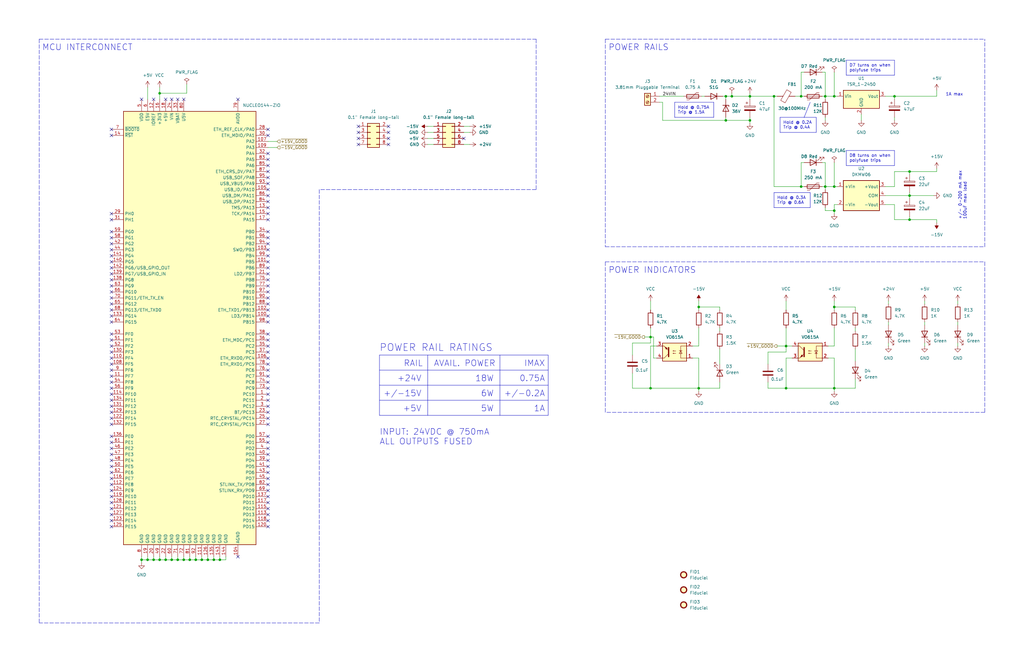
<source format=kicad_sch>
(kicad_sch (version 20211123) (generator eeschema)
  (paper "USLedger")
  (title_block (title "NISoC Readout 1 Power Board") (date "2022-07-22") (rev "1.0") (company "University of Dallas") (comment 1 "Drawn By: Aidan Medcalf"))
  (junction (at 383.54 82.55))
  (junction (at 90.17 236.22))
  (junction (at 337.82 78.74))
  (junction (at 308.61 40.64))
  (junction (at 306.07 50.8))
  (junction (at 351.79 40.64))
  (junction (at 80.01 236.22))
  (junction (at 59.69 236.22))
  (junction (at 274.32 163.83))
  (junction (at 87.63 236.22))
  (junction (at 77.47 236.22))
  (junction (at 316.23 40.64))
  (junction (at 92.71 236.22))
  (junction (at 294.64 163.83))
  (junction (at 82.55 236.22))
  (junction (at 64.77 236.22))
  (junction (at 351.79 163.83))
  (junction (at 331.47 146.05))
  (junction (at 351.79 88.9))
  (junction (at 69.85 236.22))
  (junction (at 331.47 163.83))
  (junction (at 85.09 236.22))
  (junction (at 62.23 236.22))
  (junction (at 383.54 92.71))
  (junction (at 351.79 78.74))
  (junction (at 347.98 40.64))
  (junction (at 294.64 129.54))
  (junction (at 326.39 40.64))
  (junction (at 383.54 72.39))
  (junction (at 67.31 236.22))
  (junction (at 316.23 50.8))
  (junction (at 74.93 236.22))
  (junction (at 351.79 129.54))
  (junction (at 274.32 142.24))
  (junction (at 337.82 40.64))
  (junction (at 347.98 78.74))
  (junction (at 306.07 40.64))
  (junction (at 72.39 236.22))
  (junction (at 67.31 39.37))
  (junction (at 377.19 40.64))
  (no_connect (at 46.99 113.03))
  (no_connect (at 113.03 133.35))
  (no_connect (at 100.33 234.95))
  (no_connect (at 113.03 207.01))
  (no_connect (at 46.99 133.35))
  (no_connect (at 113.03 201.93))
  (no_connect (at 113.03 77.47))
  (no_connect (at 46.99 173.99))
  (no_connect (at 113.03 92.71))
  (no_connect (at 113.03 120.65))
  (no_connect (at 46.99 189.23))
  (no_connect (at 113.03 135.89))
  (no_connect (at 46.99 90.17))
  (no_connect (at 46.99 92.71))
  (no_connect (at 46.99 97.79))
  (no_connect (at 46.99 176.53))
  (no_connect (at 46.99 143.51))
  (no_connect (at 113.03 110.49))
  (no_connect (at 113.03 97.79))
  (no_connect (at 46.99 168.91))
  (no_connect (at 113.03 176.53))
  (no_connect (at 113.03 163.83))
  (no_connect (at 163.83 53.34))
  (no_connect (at 113.03 156.21))
  (no_connect (at 46.99 219.71))
  (no_connect (at 46.99 209.55))
  (no_connect (at 151.13 58.42))
  (no_connect (at 113.03 140.97))
  (no_connect (at 113.03 161.29))
  (no_connect (at 46.99 128.27))
  (no_connect (at 113.03 113.03))
  (no_connect (at 46.99 110.49))
  (no_connect (at 113.03 217.17))
  (no_connect (at 113.03 146.05))
  (no_connect (at 113.03 100.33))
  (no_connect (at 113.03 199.39))
  (no_connect (at 46.99 161.29))
  (no_connect (at 46.99 204.47))
  (no_connect (at 46.99 130.81))
  (no_connect (at 113.03 107.95))
  (no_connect (at 113.03 166.37))
  (no_connect (at 46.99 214.63))
  (no_connect (at 46.99 135.89))
  (no_connect (at 113.03 74.93))
  (no_connect (at 69.85 41.91))
  (no_connect (at 113.03 214.63))
  (no_connect (at 113.03 171.45))
  (no_connect (at 151.13 60.96))
  (no_connect (at 46.99 156.21))
  (no_connect (at 46.99 179.07))
  (no_connect (at 113.03 80.01))
  (no_connect (at 46.99 171.45))
  (no_connect (at 113.03 189.23))
  (no_connect (at 113.03 153.67))
  (no_connect (at 46.99 222.25))
  (no_connect (at 163.83 58.42))
  (no_connect (at 113.03 130.81))
  (no_connect (at 113.03 90.17))
  (no_connect (at 113.03 87.63))
  (no_connect (at 113.03 64.77))
  (no_connect (at 113.03 54.61))
  (no_connect (at 113.03 57.15))
  (no_connect (at 46.99 105.41))
  (no_connect (at 113.03 105.41))
  (no_connect (at 46.99 102.87))
  (no_connect (at 46.99 191.77))
  (no_connect (at 113.03 168.91))
  (no_connect (at 46.99 151.13))
  (no_connect (at 113.03 102.87))
  (no_connect (at 46.99 146.05))
  (no_connect (at 46.99 207.01))
  (no_connect (at 46.99 212.09))
  (no_connect (at 59.69 41.91))
  (no_connect (at 64.77 41.91))
  (no_connect (at 74.93 41.91))
  (no_connect (at 72.39 41.91))
  (no_connect (at 113.03 179.07))
  (no_connect (at 113.03 143.51))
  (no_connect (at 46.99 166.37))
  (no_connect (at 46.99 120.65))
  (no_connect (at 113.03 209.55))
  (no_connect (at 113.03 222.25))
  (no_connect (at 113.03 186.69))
  (no_connect (at 113.03 85.09))
  (no_connect (at 113.03 196.85))
  (no_connect (at 113.03 184.15))
  (no_connect (at 46.99 115.57))
  (no_connect (at 113.03 128.27))
  (no_connect (at 113.03 125.73))
  (no_connect (at 113.03 191.77))
  (no_connect (at 113.03 82.55))
  (no_connect (at 113.03 219.71))
  (no_connect (at 113.03 67.31))
  (no_connect (at 46.99 196.85))
  (no_connect (at 46.99 199.39))
  (no_connect (at 113.03 72.39))
  (no_connect (at 46.99 54.61))
  (no_connect (at 46.99 57.15))
  (no_connect (at 100.33 41.91))
  (no_connect (at 46.99 186.69))
  (no_connect (at 46.99 153.67))
  (no_connect (at 46.99 217.17))
  (no_connect (at 113.03 158.75))
  (no_connect (at 46.99 123.19))
  (no_connect (at 46.99 184.15))
  (no_connect (at 163.83 60.96))
  (no_connect (at 113.03 123.19))
  (no_connect (at 163.83 55.88))
  (no_connect (at 46.99 158.75))
  (no_connect (at 113.03 69.85))
  (no_connect (at 113.03 212.09))
  (no_connect (at 151.13 55.88))
  (no_connect (at 77.47 41.91))
  (no_connect (at 113.03 151.13))
  (no_connect (at 46.99 140.97))
  (no_connect (at 151.13 53.34))
  (no_connect (at 46.99 194.31))
  (no_connect (at 46.99 118.11))
  (no_connect (at 113.03 194.31))
  (no_connect (at 113.03 204.47))
  (no_connect (at 195.58 58.42))
  (no_connect (at 113.03 148.59))
  (no_connect (at 113.03 118.11))
  (no_connect (at 46.99 100.33))
  (no_connect (at 46.99 148.59))
  (no_connect (at 113.03 173.99))
  (no_connect (at 46.99 125.73))
  (no_connect (at 46.99 201.93))
  (no_connect (at 46.99 163.83))
  (no_connect (at 46.99 107.95))
  (no_connect (at 113.03 115.57))
  (wire (pts (xy 195.58 60.96) (xy 198.12 60.96)))
  (wire (pts (xy 383.54 82.55) (xy 383.54 83.82)))
  (polyline (pts (xy 377.19 25.4) (xy 377.19 31.75)) (stroke (width 0) (type solid)))
  (wire (pts (xy 389.89 127) (xy 389.89 128.27)))
  (wire (pts (xy 316.23 40.64) (xy 316.23 39.37)))
  (wire (pts (xy 337.82 78.74) (xy 326.39 78.74)))
  (wire (pts (xy 92.71 234.95) (xy 92.71 236.22)))
  (wire (pts (xy 87.63 236.22) (xy 90.17 236.22)))
  (wire (pts (xy 303.53 161.29) (xy 303.53 163.83)))
  (wire (pts (xy 308.61 39.37) (xy 308.61 40.64)))
  (wire (pts (xy 72.39 234.95) (xy 72.39 236.22)))
  (wire (pts (xy 351.79 86.36) (xy 351.79 88.9)))
  (wire (pts (xy 351.79 40.64) (xy 353.06 40.64)))
  (wire (pts (xy 339.09 68.58) (xy 337.82 68.58)))
  (wire (pts (xy 274.32 138.43) (xy 274.32 142.24)))
  (wire (pts (xy 363.22 48.26) (xy 363.22 50.8)))
  (wire (pts (xy 62.23 36.83) (xy 62.23 41.91)))
  (wire (pts (xy 360.68 129.54) (xy 360.68 130.81)))
  (wire (pts (xy 294.64 151.13) (xy 294.64 163.83)))
  (polyline (pts (xy 16.51 16.51) (xy 16.51 262.89)))
  (polyline (pts (xy 134.62 262.89) (xy 16.51 262.89)))
  (polyline (pts (xy 377.19 69.85) (xy 356.87 69.85)) (stroke (width 0) (type solid)))
  (wire (pts (xy 377.19 78.74) (xy 377.19 72.39)))
  (wire (pts (xy 80.01 234.95) (xy 80.01 236.22)))
  (wire (pts (xy 67.31 39.37) (xy 67.31 41.91)))
  (wire (pts (xy 360.68 147.32) (xy 360.68 152.4)))
  (wire (pts (xy 266.7 163.83) (xy 274.32 163.83)))
  (polyline (pts (xy 16.51 16.51) (xy 226.06 16.51)))
  (wire (pts (xy 360.68 138.43) (xy 360.68 139.7)))
  (wire (pts (xy 337.82 30.48) (xy 337.82 40.64)))
  (wire (pts (xy 403.86 144.78) (xy 403.86 146.05)))
  (polyline (pts (xy 255.27 104.14) (xy 415.29 104.14)))
  (wire (pts (xy 374.65 144.78) (xy 374.65 146.05)))
  (wire (pts (xy 347.98 30.48) (xy 347.98 40.64)))
  (wire (pts (xy 351.79 129.54) (xy 360.68 129.54)))
  (polyline (pts (xy 210.82 149.86) (xy 210.82 175.26)) (stroke (width 0) (type solid)))
  (polyline (pts (xy 344.17 49.53) (xy 344.17 55.88)) (stroke (width 0) (type solid)))
  (wire (pts (xy 394.97 40.64) (xy 394.97 38.1)))
  (wire (pts (xy 403.86 127) (xy 403.86 128.27)))
  (wire (pts (xy 82.55 236.22) (xy 85.09 236.22)))
  (wire (pts (xy 353.06 86.36) (xy 351.79 86.36)))
  (wire (pts (xy 331.47 163.83) (xy 331.47 151.13)))
  (wire (pts (xy 351.79 151.13) (xy 351.79 163.83)))
  (wire (pts (xy 351.79 129.54) (xy 351.79 130.81)))
  (wire (pts (xy 383.54 92.71) (xy 394.97 92.71)))
  (wire (pts (xy 383.54 92.71) (xy 383.54 91.44)))
  (wire (pts (xy 274.32 144.78) (xy 274.32 142.24)))
  (wire (pts (xy 347.98 78.74) (xy 347.98 80.01)))
  (wire (pts (xy 331.47 146.05) (xy 334.01 146.05)))
  (wire (pts (xy 347.98 41.91) (xy 347.98 40.64)))
  (wire (pts (xy 77.47 236.22) (xy 80.01 236.22)))
  (wire (pts (xy 276.86 146.05) (xy 274.32 146.05)))
  (wire (pts (xy 59.69 234.95) (xy 59.69 236.22)))
  (wire (pts (xy 347.98 87.63) (xy 347.98 88.9)))
  (polyline (pts (xy 255.27 110.49) (xy 255.27 173.99)))
  (wire (pts (xy 331.47 138.43) (xy 331.47 146.05)))
  (wire (pts (xy 180.34 60.96) (xy 182.88 60.96)))
  (wire (pts (xy 374.65 127) (xy 374.65 128.27)))
  (polyline (pts (xy 160.02 175.26) (xy 231.14 175.26)) (stroke (width 0) (type solid)))
  (wire (pts (xy 72.39 236.22) (xy 74.93 236.22)))
  (wire (pts (xy 349.25 151.13) (xy 351.79 151.13)))
  (wire (pts (xy 347.98 78.74) (xy 346.71 78.74)))
  (wire (pts (xy 347.98 88.9) (xy 351.79 88.9)))
  (wire (pts (xy 69.85 236.22) (xy 72.39 236.22)))
  (polyline (pts (xy 344.17 55.88) (xy 328.93 55.88)) (stroke (width 0) (type solid)))
  (polyline (pts (xy 300.99 43.18) (xy 300.99 49.53)) (stroke (width 0) (type solid)))
  (wire (pts (xy 374.65 135.89) (xy 374.65 137.16)))
  (wire (pts (xy 67.31 236.22) (xy 69.85 236.22)))
  (wire (pts (xy 351.79 163.83) (xy 351.79 165.1)))
  (wire (pts (xy 303.53 129.54) (xy 303.53 130.81)))
  (wire (pts (xy 349.25 146.05) (xy 351.79 146.05)))
  (polyline (pts (xy 415.29 104.14) (xy 415.29 16.51)))
  (wire (pts (xy 306.07 50.8) (xy 316.23 50.8)))
  (wire (pts (xy 373.38 40.64) (xy 377.19 40.64)))
  (wire (pts (xy 92.71 236.22) (xy 95.25 236.22)))
  (polyline (pts (xy 356.87 25.4) (xy 356.87 31.75)) (stroke (width 0) (type solid)))
  (wire (pts (xy 394.97 72.39) (xy 394.97 71.12)))
  (wire (pts (xy 303.53 138.43) (xy 303.53 139.7)))
  (wire (pts (xy 77.47 234.95) (xy 77.47 236.22)))
  (wire (pts (xy 59.69 236.22) (xy 59.69 237.49)))
  (wire (pts (xy 383.54 72.39) (xy 394.97 72.39)))
  (polyline (pts (xy 231.14 149.86) (xy 231.14 175.26)) (stroke (width 0) (type solid)))
  (wire (pts (xy 323.85 148.59) (xy 331.47 148.59)))
  (wire (pts (xy 195.58 53.34) (xy 198.12 53.34)))
  (wire (pts (xy 377.19 86.36) (xy 377.19 92.71)))
  (wire (pts (xy 195.58 55.88) (xy 198.12 55.88)))
  (wire (pts (xy 82.55 234.95) (xy 82.55 236.22)))
  (wire (pts (xy 294.64 138.43) (xy 294.64 146.05)))
  (wire (pts (xy 337.82 30.48) (xy 339.09 30.48)))
  (wire (pts (xy 373.38 78.74) (xy 377.19 78.74)))
  (wire (pts (xy 274.32 127) (xy 274.32 130.81)))
  (polyline (pts (xy 341.63 81.28) (xy 341.63 87.63)) (stroke (width 0) (type solid)))
  (wire (pts (xy 90.17 234.95) (xy 90.17 236.22)))
  (wire (pts (xy 347.98 49.53) (xy 347.98 50.8)))
  (wire (pts (xy 351.79 78.74) (xy 347.98 78.74)))
  (polyline (pts (xy 160.02 168.91) (xy 231.14 168.91)) (stroke (width 0) (type solid)))
  (polyline (pts (xy 284.48 43.18) (xy 284.48 49.53)) (stroke (width 0) (type solid)))
  (wire (pts (xy 275.59 142.24) (xy 274.32 142.24)))
  (wire (pts (xy 294.64 129.54) (xy 303.53 129.54)))
  (wire (pts (xy 180.34 58.42) (xy 182.88 58.42)))
  (wire (pts (xy 377.19 40.64) (xy 377.19 41.91)))
  (wire (pts (xy 274.32 146.05) (xy 274.32 163.83)))
  (wire (pts (xy 292.1 146.05) (xy 294.64 146.05)))
  (polyline (pts (xy 255.27 16.51) (xy 415.29 16.51)))
  (wire (pts (xy 377.19 72.39) (xy 383.54 72.39)))
  (wire (pts (xy 394.97 92.71) (xy 394.97 93.98)))
  (polyline (pts (xy 180.34 149.86) (xy 180.34 175.26)) (stroke (width 0) (type solid)))
  (wire (pts (xy 113.03 59.69) (xy 116.84 59.69)))
  (wire (pts (xy 347.98 40.64) (xy 351.79 40.64)))
  (polyline (pts (xy 356.87 63.5) (xy 377.19 63.5)) (stroke (width 0) (type solid)))
  (wire (pts (xy 306.07 49.53) (xy 306.07 50.8)))
  (wire (pts (xy 347.98 68.58) (xy 347.98 78.74)))
  (wire (pts (xy 180.34 55.88) (xy 182.88 55.88)))
  (polyline (pts (xy 328.93 49.53) (xy 339.09 49.53)) (stroke (width 0) (type solid)))
  (wire (pts (xy 64.77 236.22) (xy 67.31 236.22)))
  (wire (pts (xy 316.23 40.64) (xy 326.39 40.64)))
  (wire (pts (xy 67.31 234.95) (xy 67.31 236.22)))
  (wire (pts (xy 337.82 68.58) (xy 337.82 78.74)))
  (wire (pts (xy 303.53 147.32) (xy 303.53 153.67)))
  (wire (pts (xy 113.03 62.23) (xy 116.84 62.23)))
  (wire (pts (xy 346.71 30.48) (xy 347.98 30.48)))
  (wire (pts (xy 266.7 157.48) (xy 266.7 163.83)))
  (polyline (pts (xy 377.19 63.5) (xy 377.19 69.85)) (stroke (width 0) (type solid)))
  (wire (pts (xy 306.07 50.8) (xy 279.4 50.8)))
  (wire (pts (xy 323.85 161.29) (xy 323.85 163.83)))
  (polyline (pts (xy 341.63 87.63) (xy 326.39 87.63)) (stroke (width 0) (type solid)))
  (wire (pts (xy 316.23 50.8) (xy 316.23 52.07)))
  (polyline (pts (xy 356.87 25.4) (xy 377.19 25.4)) (stroke (width 0) (type solid)))
  (wire (pts (xy 331.47 148.59) (xy 331.47 146.05)))
  (wire (pts (xy 377.19 92.71) (xy 383.54 92.71)))
  (wire (pts (xy 85.09 234.95) (xy 85.09 236.22)))
  (wire (pts (xy 323.85 163.83) (xy 331.47 163.83)))
  (polyline (pts (xy 134.62 80.01) (xy 134.62 262.89)))
  (wire (pts (xy 326.39 40.64) (xy 327.66 40.64)))
  (wire (pts (xy 275.59 151.13) (xy 275.59 142.24)))
  (polyline (pts (xy 326.39 81.28) (xy 326.39 87.63)) (stroke (width 0) (type solid)))
  (wire (pts (xy 353.06 78.74) (xy 351.79 78.74)))
  (wire (pts (xy 351.79 88.9) (xy 351.79 90.17)))
  (wire (pts (xy 351.79 163.83) (xy 360.68 163.83)))
  (wire (pts (xy 67.31 39.37) (xy 78.74 39.37)))
  (wire (pts (xy 327.66 146.05) (xy 331.47 146.05)))
  (wire (pts (xy 308.61 40.64) (xy 316.23 40.64)))
  (wire (pts (xy 64.77 234.95) (xy 64.77 236.22)))
  (wire (pts (xy 351.79 68.58) (xy 351.79 78.74)))
  (wire (pts (xy 351.79 127) (xy 351.79 129.54)))
  (wire (pts (xy 266.7 149.86) (xy 266.7 144.78)))
  (wire (pts (xy 59.69 236.22) (xy 62.23 236.22)))
  (wire (pts (xy 351.79 30.48) (xy 351.79 40.64)))
  (wire (pts (xy 74.93 234.95) (xy 74.93 236.22)))
  (wire (pts (xy 331.47 151.13) (xy 334.01 151.13)))
  (polyline (pts (xy 255.27 110.49) (xy 415.29 110.49)))
  (polyline (pts (xy 160.02 149.86) (xy 231.14 149.86)) (stroke (width 0) (type solid)))
  (wire (pts (xy 278.13 40.64) (xy 288.29 40.64)))
  (wire (pts (xy 351.79 138.43) (xy 351.79 146.05)))
  (wire (pts (xy 316.23 40.64) (xy 316.23 41.91)))
  (wire (pts (xy 383.54 82.55) (xy 393.7 82.55)))
  (polyline (pts (xy 339.09 49.53) (xy 344.17 49.53)) (stroke (width 0) (type solid)))
  (wire (pts (xy 295.91 40.64) (xy 297.18 40.64)))
  (polyline (pts (xy 226.06 80.01) (xy 134.62 80.01)))
  (wire (pts (xy 294.64 129.54) (xy 294.64 130.81)))
  (polyline (pts (xy 226.06 16.51) (xy 226.06 80.01)))
  (wire (pts (xy 180.34 53.34) (xy 182.88 53.34)))
  (wire (pts (xy 271.78 142.24) (xy 274.32 142.24)))
  (wire (pts (xy 331.47 163.83) (xy 351.79 163.83)))
  (wire (pts (xy 67.31 36.83) (xy 67.31 39.37)))
  (wire (pts (xy 274.32 163.83) (xy 294.64 163.83)))
  (wire (pts (xy 339.09 78.74) (xy 337.82 78.74)))
  (wire (pts (xy 80.01 236.22) (xy 82.55 236.22)))
  (wire (pts (xy 276.86 151.13) (xy 275.59 151.13)))
  (wire (pts (xy 85.09 236.22) (xy 87.63 236.22)))
  (wire (pts (xy 346.71 40.64) (xy 347.98 40.64)))
  (polyline (pts (xy 377.19 31.75) (xy 356.87 31.75)) (stroke (width 0) (type solid)))
  (wire (pts (xy 292.1 151.13) (xy 294.64 151.13)))
  (polyline (pts (xy 356.87 63.5) (xy 356.87 69.85)) (stroke (width 0) (type solid)))
  (wire (pts (xy 360.68 160.02) (xy 360.68 163.83)))
  (wire (pts (xy 294.64 163.83) (xy 294.64 165.1)))
  (wire (pts (xy 373.38 82.55) (xy 383.54 82.55)))
  (wire (pts (xy 389.89 144.78) (xy 389.89 146.05)))
  (wire (pts (xy 403.86 135.89) (xy 403.86 137.16)))
  (wire (pts (xy 306.07 40.64) (xy 306.07 41.91)))
  (wire (pts (xy 389.89 135.89) (xy 389.89 137.16)))
  (wire (pts (xy 306.07 40.64) (xy 308.61 40.64)))
  (polyline (pts (xy 326.39 81.28) (xy 341.63 81.28)) (stroke (width 0) (type solid)))
  (wire (pts (xy 95.25 236.22) (xy 95.25 234.95)))
  (wire (pts (xy 90.17 236.22) (xy 92.71 236.22)))
  (polyline (pts (xy 415.29 110.49) (xy 415.29 173.99)))
  (wire (pts (xy 62.23 236.22) (xy 64.77 236.22)))
  (wire (pts (xy 323.85 153.67) (xy 323.85 148.59)))
  (polyline (pts (xy 415.29 173.99) (xy 255.27 173.99)))
  (wire (pts (xy 87.63 234.95) (xy 87.63 236.22)))
  (polyline (pts (xy 328.93 55.88) (xy 328.93 49.53)) (stroke (width 0) (type solid)))
  (polyline (pts (xy 160.02 149.86) (xy 160.02 175.26)) (stroke (width 0) (type solid)))
  (wire (pts (xy 331.47 127) (xy 331.47 130.81)))
  (wire (pts (xy 278.13 43.18) (xy 279.4 43.18)))
  (wire (pts (xy 279.4 43.18) (xy 279.4 50.8)))
  (wire (pts (xy 62.23 236.22) (xy 62.23 234.95)))
  (polyline (pts (xy 284.48 43.18) (xy 300.99 43.18)) (stroke (width 0) (type solid)))
  (wire (pts (xy 373.38 86.36) (xy 377.19 86.36)))
  (wire (pts (xy 337.82 40.64) (xy 339.09 40.64)))
  (wire (pts (xy 326.39 40.64) (xy 326.39 78.74)))
  (wire (pts (xy 294.64 163.83) (xy 303.53 163.83)))
  (wire (pts (xy 377.19 49.53) (xy 377.19 50.8)))
  (wire (pts (xy 335.28 40.64) (xy 337.82 40.64)))
  (wire (pts (xy 266.7 144.78) (xy 274.32 144.78)))
  (wire (pts (xy 74.93 236.22) (xy 77.47 236.22)))
  (wire (pts (xy 383.54 72.39) (xy 383.54 73.66)))
  (wire (pts (xy 346.71 68.58) (xy 347.98 68.58)))
  (wire (pts (xy 294.64 127) (xy 294.64 129.54)))
  (polyline (pts (xy 341.63 43.18) (xy 339.09 49.53)) (stroke (width 0) (type solid)))
  (wire (pts (xy 383.54 82.55) (xy 383.54 81.28)))
  (polyline (pts (xy 160.02 156.21) (xy 231.14 156.21)) (stroke (width 0) (type solid)))
  (wire (pts (xy 377.19 40.64) (xy 394.97 40.64)))
  (polyline (pts (xy 255.27 16.51) (xy 255.27 104.14)))
  (wire (pts (xy 78.74 39.37) (xy 78.74 35.56)))
  (polyline (pts (xy 160.02 162.56) (xy 231.14 162.56)) (stroke (width 0) (type solid)))
  (wire (pts (xy 69.85 234.95) (xy 69.85 236.22)))
  (wire (pts (xy 316.23 49.53) (xy 316.23 50.8)))
  (polyline (pts (xy 300.99 49.53) (xy 284.48 49.53)) (stroke (width 0) (type solid)))
  (wire (pts (xy 304.8 40.64) (xy 306.07 40.64)))
  (text "+/- 0-200 mA max\n100uF max load" (at 407.67 92.71 90) (effects (font (size 1.27 1.27)) (justify left bottom)))
  (text "MCU INTERCONNECT" (at 17.78 21.59 0) (effects (font (size 2.54 2.54)) (justify left bottom)))
  (text "+24V" (at 177.8 161.29 180) (effects (font (size 2.54 2.54)) (justify right bottom)))
  (text "18W" (at 208.28 161.29 180) (effects (font (size 2.54 2.54)) (justify right bottom)))
  (text "D7 turns on when\npolyfuse trips" (at 358.14 30.48 0) (effects (font (size 1.27 1.27)) (justify left bottom)))
  (text "+/-15V" (at 177.8 167.64 180) (effects (font (size 2.54 2.54)) (justify right bottom)))
  (text "POWER RAIL RATINGS" (at 160.02 148.59 0) (effects (font (size 3 3)) (justify left bottom)))
  (text "POWER RAILS" (at 256.54 21.59 0) (effects (font (size 2.54 2.54)) (justify left bottom)))
  (text "6W" (at 208.28 167.64 180) (effects (font (size 2.54 2.54)) (justify right bottom)))
  (text "D8 turns on when\npolyfuse trips" (at 358.14 68.58 0) (effects (font (size 1.27 1.27)) (justify left bottom)))
  (text "+5V" (at 177.8 173.99 180) (effects (font (size 2.54 2.54)) (justify right bottom)))
  (text "0.75A" (at 229.87 161.29 180) (effects (font (size 2.54 2.54)) (justify right bottom)))
  (text "1A" (at 229.87 173.99 180) (effects (font (size 2.54 2.54)) (justify right bottom)))
  (text "+/-0.2A" (at 229.87 167.64 180) (effects (font (size 2.54 2.54)) (justify right bottom)))
  (text "RAIL" (at 170.18 154.94 0) (effects (font (size 2.54 2.54)) (justify left bottom)))
  (text "1A max" (at 398.78 40.64 0) (effects (font (size 1.27 1.27)) (justify left bottom)))
  (text "IMAX" (at 220.98 154.94 0) (effects (font (size 2.54 2.54)) (justify left bottom)))
  (text "INPUT: 24VDC @ 750mA\nALL OUTPUTS FUSED" (at 160.02 187.96 0) (effects (font (size 2.54 2.54)) (justify left bottom)))
  (text "Hold @ 0.3A\nTrip @ 0.6A" (at 327.66 86.36 0) (effects (font (size 1.27 1.27)) (justify left bottom)))
  (text "Hold @ 0.2A\nTrip @ 0.4A" (at 330.2 54.61 0) (effects (font (size 1.27 1.27)) (justify left bottom)))
  (text "POWER INDICATORS" (at 256.54 115.57 0) (effects (font (size 2.54 2.54)) (justify left bottom)))
  (text "Hold @ 0.75A\nTrip @ 1.5A" (at 285.75 48.26 0) (effects (font (size 1.27 1.27)) (justify left bottom)))
  (text "5W" (at 208.28 173.99 180) (effects (font (size 2.54 2.54)) (justify right bottom)))
  (text "AVAIL. POWER" (at 182.88 154.94 0) (effects (font (size 2.54 2.54)) (justify left bottom)))
  (label "24VIN" (at 279.4 40.64 0))
  (hierarchical_label "~{-15V_GOOD}" (shape input) (at 116.84 62.23 0))
  (hierarchical_label "~{-15V_GOOD}" (shape output) (at 271.78 142.24 180))
  (hierarchical_label "~{+15V_GOOD}" (shape input) (at 116.84 59.69 0))
  (hierarchical_label "~{+15V_GOOD}" (shape output) (at 327.66 146.05 180))
  (symbol (lib_id "Device:C_Polarized") (at 377.19 45.72 0) (unit 1)
    (property "Reference" "C2" (at 381 43.5609 0) (effects (justify left)))
    (property "Value" "47uF" (at 381 46.1009 0) (effects (justify left)))
    (property "Footprint" "Capacitor_SMD:CP_Elec_5x5.3" (effects hide))
  )
  (symbol (lib_id "NISoC-Socket:DKMW06") (at 363.22 82.55 0) (unit 1)
    (property "Reference" "U2" (at 363.22 71.12 0))
    (property "Value" "DKMW06" (at 363.22 73.66 0))
    (property "Footprint" "NISoC-Socket:Converter_DCDC_Meanwell_DKMW06" (effects hide))
    (property "Datasheet" "https://www.meanwell.com/webapp/product/search.aspx?prod=DKMW06#1" (effects hide))
    (property "MFG 1" "Mean Well" (effects hide))
    (property "MPN 1" "DKMW06F-15" (effects hide))
  )
  (symbol (lib_id "power:+15V") (at 351.79 127 0) (unit 1)
    (property "Reference" "#PWR024" (effects hide))
    (property "Value" "+15V" (at 351.79 121.92 0))
  )
  (symbol (lib_id "power:VCC") (at 331.47 127 0) (unit 1)
    (property "Reference" "#PWR023" (effects hide))
    (property "Value" "VCC" (at 331.47 121.92 0))
  )
  (symbol (lib_id "Regulator_Switching:TSR_1-2450") (at 363.22 43.18 0) (unit 1)
    (property "Reference" "U1" (at 363.22 33.02 0))
    (property "Value" "TSR_1-2450" (at 363.22 35.56 0))
    (property "Footprint" "Converter_DCDC:Converter_DCDC_TRACO_TSR-1_THT" (effects hide))
    (property "Datasheet" "http://www.tracopower.com/products/tsr1.pdf" (effects hide))
    (property "MFG 1" "TRACO" (effects hide))
    (property "MPN 1" "TSR 1-2450" (effects hide))
  )
  (symbol (lib_id "Device:LED") (at 360.68 156.21 90) (unit 1)
    (property "Reference" "D4" (at 364.49 156.5274 90) (effects (justify right)))
    (property "Value" "Green" (at 364.49 159.0674 90) (effects (justify right)))
    (property "Footprint" "LED_SMD:LED_0805_2012Metric" (effects hide))
    (property "Manufacturer" "Kingbright" (effects hide))
    (property "MPN" "APT2012LZGCK" (effects hide))
  )
  (symbol (lib_id "power:GND") (at 363.22 50.8 0) (unit 1)
    (property "Reference" "#PWR05" (effects hide))
    (property "Value" "GND" (at 363.22 55.88 0))
  )
  (symbol (lib_id "Device:R") (at 294.64 134.62 180) (unit 1)
    (property "Reference" "R2" (at 297.18 133.3499 0) (effects (justify right)))
    (property "Value" "4.7K" (at 297.18 135.8899 0) (effects (justify right)))
    (property "Footprint" "Resistor_SMD:R_0805_2012Metric" (effects hide))
  )
  (symbol (lib_id "power:GND") (at 393.7 82.55 90) (unit 1)
    (property "Reference" "#PWR09" (effects hide))
    (property "Value" "GND" (at 397.51 82.5499 90) (effects (justify right)))
  )
  (symbol (lib_id "power:VCC") (at 67.31 36.83 0) (unit 1)
    (property "Reference" "#PWR032" (effects hide))
    (property "Value" "VCC" (at 67.31 31.75 0))
  )
  (symbol (lib_id "power:GND") (at 198.12 55.88 90) (unit 1)
    (property "Reference" "#PWR017" (effects hide))
    (property "Value" "GND" (at 201.93 55.8799 90) (effects (justify right)))
  )
  (symbol (lib_id "power:+24V") (at 316.23 39.37 0) (unit 1)
    (property "Reference" "#PWR02" (effects hide))
    (property "Value" "+24V" (at 316.23 34.29 0))
  )
  (symbol (lib_id "Device:C_Polarized") (at 316.23 45.72 0) (unit 1)
    (property "Reference" "C1" (at 320.04 43.5609 0) (effects (justify left)))
    (property "Value" "47uF" (at 320.04 46.1009 0) (effects (justify left)))
    (property "Footprint" "Capacitor_SMD:CP_Elec_5x5.3" (effects hide))
  )
  (symbol (lib_id "power:PWR_FLAG") (at 351.79 68.58 0) (unit 1)
    (property "Reference" "#FLG0101" (effects hide))
    (property "Value" "PWR_FLAG" (at 351.79 63.5 0))
  )
  (symbol (lib_id "Device:C") (at 323.85 157.48 0) (unit 1)
    (property "Reference" "C6" (at 327.66 156.2099 0) (effects (justify left)))
    (property "Value" "0.1uF" (at 325.12 160.02 0) (effects (justify left)))
    (property "Footprint" "Capacitor_SMD:C_0805_2012Metric" (effects hide))
  )
  (symbol (lib_id "power:GND") (at 294.64 165.1 0) (unit 1)
    (property "Reference" "#PWR021" (effects hide))
    (property "Value" "GND" (at 294.64 170.18 0))
  )
  (symbol (lib_id "power:GND") (at 389.89 146.05 0) (unit 1)
    (property "Reference" "#PWR030" (effects hide))
    (property "Value" "GND" (at 389.89 151.13 0))
  )
  (symbol (lib_id "Device:R") (at 303.53 143.51 0) (unit 1)
    (property "Reference" "R3" (at 306.07 142.2399 0) (effects (justify left)))
    (property "Value" "1.5K" (at 306.07 144.7799 0) (effects (justify left)))
    (property "Footprint" "Resistor_SMD:R_0805_2012Metric" (effects hide))
  )
  (symbol (lib_id "Device:R") (at 351.79 134.62 180) (unit 1)
    (property "Reference" "R6" (at 354.33 133.3499 0) (effects (justify right)))
    (property "Value" "4.7K" (at 354.33 135.8899 0) (effects (justify right)))
    (property "Footprint" "Resistor_SMD:R_0805_2012Metric" (effects hide))
  )
  (symbol (lib_id "power:+15V") (at 198.12 53.34 270) (unit 1)
    (property "Reference" "#PWR016" (effects hide))
    (property "Value" "+15V" (at 201.93 53.3399 90) (effects (justify left)))
  )
  (symbol (lib_id "power:+24V") (at 374.65 127 0) (unit 1)
    (property "Reference" "#PWR027" (effects hide))
    (property "Value" "+24V" (at 374.65 121.92 0))
  )
  (symbol (lib_id "power:VCC") (at 403.86 127 0) (unit 1)
    (property "Reference" "#PWR026" (effects hide))
    (property "Value" "VCC" (at 403.86 121.92 0))
  )
  (symbol (lib_id "power:GND") (at 316.23 52.07 0) (unit 1)
    (property "Reference" "#PWR03" (effects hide))
    (property "Value" "GND" (at 316.23 57.15 0))
  )
  (symbol (lib_id "Connector_Generic:Conn_02x04_Odd_Even") (at 187.96 55.88 0) (unit 1)
    (property "Reference" "J2" (at 189.23 46.99 0))
    (property "Value" "0.1\" Female long-tail" (at 189.23 49.53 0))
    (property "Footprint" "Connector_PinHeader_2.54mm:PinHeader_2x04_P2.54mm_Vertical" (effects hide))
    (property "MFG 1" "Mill-Max" (effects hide))
    (property "MPN 1" "411-XX-2XX-41-001000" (effects hide))
  )
  (symbol (lib_id "Device:Polyfuse") (at 342.9 40.64 90) (unit 1)
    (property "Reference" "F2" (at 342.9 34.29 90))
    (property "Value" "200 mA" (at 342.9 36.83 90))
    (property "Footprint" "Fuse:Fuse_1206_3216Metric" (effects hide))
  )
  (symbol (lib_id "Device:R") (at 360.68 143.51 0) (unit 1)
    (property "Reference" "R7" (at 363.22 142.2399 0) (effects (justify left)))
    (property "Value" "1.5K" (at 363.22 144.7799 0) (effects (justify left)))
    (property "Footprint" "Resistor_SMD:R_0805_2012Metric" (effects hide))
  )
  (symbol (lib_id "Device:R") (at 360.68 134.62 0) (unit 1)
    (property "Reference" "R8" (at 363.22 133.3499 0) (effects (justify left)))
    (property "Value" "4.7K" (at 363.22 135.8899 0) (effects (justify left)))
    (property "Footprint" "Resistor_SMD:R_0805_2012Metric" (effects hide))
  )
  (symbol (lib_id "power:GND") (at 59.69 237.49 0) (unit 1)
    (property "Reference" "#PWR01" (effects hide))
    (property "Value" "GND" (at 59.69 242.57 0))
  )
  (symbol (lib_id "Connector:Screw_Terminal_01x02") (at 273.05 40.64 0) (mirror y) (unit 1)
    (property "Reference" "J3" (at 273.05 34.29 0))
    (property "Value" "3.81mm Pluggable Terminal" (at 273.05 36.83 0))
    (property "Footprint" "Connector_Phoenix_MC:PhoenixContact_MC_1,5_2-G-3.5_1x02_P3.50mm_Horizontal" (effects hide))
    (property "MFG 1" "CUI" (effects hide))
    (property "MPN 1" "TBP03R1-350-02BE" (effects hide))
  )
  (symbol (lib_id "power:GND") (at 374.65 146.05 0) (unit 1)
    (property "Reference" "#PWR028" (effects hide))
    (property "Value" "GND" (at 374.65 151.13 0))
  )
  (symbol (lib_id "Device:C_Polarized") (at 383.54 87.63 0) (unit 1)
    (property "Reference" "C4" (at 387.35 85.4709 0) (effects (justify left)))
    (property "Value" "22uF" (at 387.35 88.0109 0) (effects (justify left)))
    (property "Footprint" "Capacitor_SMD:CP_Elec_5x5.3" (effects hide))
  )
  (symbol (lib_id "Device:D") (at 300.99 40.64 180) (unit 1)
    (property "Reference" "D1" (at 300.99 34.29 0))
    (property "Value" "S1G" (at 300.99 36.83 0))
    (property "Footprint" "Diode_SMD:D_SOD-323" (effects hide))
  )
  (symbol (lib_id "power:PWR_FLAG") (at 308.61 39.37 0) (unit 1)
    (property "Reference" "#FLG02" (effects hide))
    (property "Value" "PWR_FLAG" (at 308.61 34.29 0))
  )
  (symbol (lib_id "power:GND") (at 180.34 55.88 270) (unit 1)
    (property "Reference" "#PWR013" (effects hide))
    (property "Value" "GND" (at 176.53 55.8799 90) (effects (justify right)))
  )
  (symbol (lib_id "power:GND") (at 347.98 50.8 0) (unit 1)
    (property "Reference" "#PWR022" (effects hide))
    (property "Value" "GND" (at 347.98 55.88 0))
  )
  (symbol (lib_id "Mechanical:Fiducial") (at 288.29 248.92 0) (unit 1)
    (property "Reference" "FID2" (at 290.83 247.6499 0) (effects (justify left)))
    (property "Value" "Fiducial" (at 290.83 250.1899 0) (effects (justify left)))
    (property "Footprint" "Fiducial:Fiducial_0.5mm_Mask1mm" (effects hide))
  )
  (symbol (lib_id "power:GND") (at 351.79 165.1 0) (unit 1)
    (property "Reference" "#PWR025" (effects hide))
    (property "Value" "GND" (at 351.79 170.18 0))
  )
  (symbol (lib_id "power:GND") (at 377.19 50.8 0) (unit 1)
    (property "Reference" "#PWR06" (effects hide))
    (property "Value" "GND" (at 377.19 55.88 0))
  )
  (symbol (lib_id "NISoC-Socket:NUCLEO144-ZIO") (at 80.01 138.43 0) (unit 1)
    (property "Reference" "X1" (effects hide))
    (property "Value" "NUCLEO144-ZIO" (at 102.3494 44.45 0) (effects (justify left)))
    (property "Footprint" "NISoC-Socket:ST_Morpho_Connector_144_STLink_MountingHoles" (effects hide))
  )
  (symbol (lib_id "Device:LED") (at 303.53 157.48 270) (unit 1)
    (property "Reference" "D3" (at 306.07 154.6224 90) (effects (justify left)))
    (property "Value" "Green" (at 306.07 157.1624 90) (effects (justify left)))
    (property "Footprint" "LED_SMD:LED_0805_2012Metric" (effects hide))
    (property "Manufacturer" "Kingbright" (effects hide))
    (property "MPN" "APT2012LZGCK" (effects hide))
  )
  (symbol (lib_id "power:GND") (at 351.79 90.17 0) (unit 1)
    (property "Reference" "#PWR04" (effects hide))
    (property "Value" "GND" (at 351.79 95.25 0))
  )
  (symbol (lib_id "Mechanical:Fiducial") (at 288.29 242.57 0) (unit 1)
    (property "Reference" "FID1" (at 290.83 241.2999 0) (effects (justify left)))
    (property "Value" "Fiducial" (at 290.83 243.8399 0) (effects (justify left)))
    (property "Footprint" "Fiducial:Fiducial_0.5mm_Mask1mm" (effects hide))
  )
  (symbol (lib_id "Device:R") (at 347.98 83.82 0) (unit 1)
    (property "Reference" "R12" (at 342.9 82.55 0) (effects (justify left)))
    (property "Value" "12K" (at 342.9 85.09 0) (effects (justify left)))
    (property "Footprint" "Resistor_SMD:R_0805_2012Metric" (effects hide))
  )
  (symbol (lib_id "Device:LED") (at 342.9 30.48 180) (unit 1)
    (property "Reference" "D7" (at 339.09 27.94 0))
    (property "Value" "Red" (at 342.9 27.94 0))
    (property "Footprint" "LED_SMD:LED_0805_2012Metric" (effects hide))
    (property "MPN" "APT2012LSECK/J3-PRV" (effects hide))
    (property "Manufacturer" "Kingbright" (effects hide))
  )
  (symbol (lib_id "power:-15V") (at 394.97 93.98 180) (unit 1)
    (property "Reference" "#PWR010" (effects hide))
    (property "Value" "-15V" (at 394.97 99.06 0))
  )
  (symbol (lib_id "Isolator:VO615A") (at 284.48 148.59 180) (unit 1)
    (property "Reference" "U3" (at 284.48 139.7 0))
    (property "Value" "VO615A" (at 284.48 142.24 0))
    (property "Footprint" "Package_DIP:DIP-4_W7.62mm_LongPads" (effects hide))
    (property "Datasheet" "http://www.vishay.com/docs/81753/vo615a.pdf" (effects hide))
    (property "MFG 1" "Vishay" (effects hide))
    (property "MPN 1" "VO615A" (effects hide))
  )
  (symbol (lib_id "Device:R") (at 374.65 132.08 0) (unit 1)
    (property "Reference" "R9" (at 377.19 130.8099 0) (effects (justify left)))
    (property "Value" "4.7K" (at 377.19 133.3499 0) (effects (justify left)))
    (property "Footprint" "Resistor_SMD:R_0805_2012Metric" (effects hide))
  )
  (symbol (lib_id "power:GND") (at 180.34 60.96 270) (unit 1)
    (property "Reference" "#PWR015" (effects hide))
    (property "Value" "GND" (at 172.72 60.96 90) (effects (justify left)))
  )
  (symbol (lib_id "Isolator:VO615A") (at 341.63 148.59 0) (mirror y) (unit 1)
    (property "Reference" "U4" (at 341.63 139.7 0))
    (property "Value" "VO615A" (at 341.63 142.24 0))
    (property "Footprint" "Package_DIP:DIP-4_W7.62mm_LongPads" (effects hide))
    (property "Datasheet" "http://www.vishay.com/docs/81753/vo615a.pdf" (effects hide))
    (property "MFG 1" "Vishay" (effects hide))
    (property "MPN 1" "VO615A" (effects hide))
  )
  (symbol (lib_id "Device:R") (at 331.47 134.62 0) (unit 1)
    (property "Reference" "R5" (at 334.01 133.3499 0) (effects (justify left)))
    (property "Value" "4.7K" (at 334.01 135.8899 0) (effects (justify left)))
    (property "Footprint" "Resistor_SMD:R_0805_2012Metric" (effects hide))
  )
  (symbol (lib_id "Device:LED") (at 342.9 68.58 180) (unit 1)
    (property "Reference" "D8" (at 339.09 66.04 0))
    (property "Value" "Red" (at 342.9 66.04 0))
    (property "Footprint" "LED_SMD:LED_0805_2012Metric" (effects hide))
    (property "MPN" "APT2012LSECK/J3-PRV" (effects hide))
    (property "Manufacturer" "Kingbright" (effects hide))
  )
  (symbol (lib_id "Device:D_Zener") (at 306.07 45.72 270) (unit 1)
    (property "Reference" "D2" (at 308.61 44.4499 90) (effects (justify left)))
    (property "Value" "36V" (at 308.61 46.9899 90) (effects (justify left)))
    (property "Footprint" "Diode_SMD:D_SOD-323" (effects hide))
  )
  (symbol (lib_id "Device:LED") (at 403.86 140.97 90) (unit 1)
    (property "Reference" "D9" (at 407.67 141.2874 90) (effects (justify right)))
    (property "Value" "Green" (at 407.67 143.8274 90) (effects (justify right)))
    (property "Footprint" "LED_SMD:LED_0805_2012Metric" (effects hide))
    (property "MPN" "APT2012LZGCK" (effects hide))
    (property "Manufacturer" "Kingbright" (effects hide))
  )
  (symbol (lib_id "power:+5V") (at 180.34 58.42 90) (unit 1)
    (property "Reference" "#PWR014" (effects hide))
    (property "Value" "+5V" (at 176.53 58.4199 90) (effects (justify left)))
  )
  (symbol (lib_id "Device:C") (at 266.7 153.67 0) (unit 1)
    (property "Reference" "C5" (at 270.51 152.3999 0) (effects (justify left)))
    (property "Value" "0.1uF" (at 267.97 156.21 0) (effects (justify left)))
    (property "Footprint" "Capacitor_SMD:C_0805_2012Metric" (effects hide))
  )
  (symbol (lib_id "Device:R") (at 347.98 45.72 0) (unit 1)
    (property "Reference" "R11" (at 342.9 44.45 0) (effects (justify left)))
    (property "Value" "12K" (at 342.9 46.99 0) (effects (justify left)))
    (property "Footprint" "Resistor_SMD:R_0805_2012Metric" (effects hide))
  )
  (symbol (lib_id "Mechanical:Fiducial") (at 288.29 255.27 0) (unit 1)
    (property "Reference" "FID3" (at 290.83 253.9999 0) (effects (justify left)))
    (property "Value" "Fiducial" (at 290.83 256.5399 0) (effects (justify left)))
    (property "Footprint" "Fiducial:Fiducial_0.5mm_Mask1mm" (effects hide))
  )
  (symbol (lib_id "Device:R") (at 303.53 134.62 0) (unit 1)
    (property "Reference" "R4" (at 306.07 133.3499 0) (effects (justify left)))
    (property "Value" "4.7K" (at 306.07 135.8899 0) (effects (justify left)))
    (property "Footprint" "Resistor_SMD:R_0805_2012Metric" (effects hide))
  )
  (symbol (lib_id "Device:Polyfuse") (at 292.1 40.64 90) (unit 1)
    (property "Reference" "F1" (at 292.1 34.29 90))
    (property "Value" "0.75 A" (at 292.1 36.83 90))
    (property "Footprint" "Fuse:Fuse_2920_7451Metric" (effects hide))
  )
  (symbol (lib_id "power:PWR_FLAG") (at 351.79 30.48 0) (unit 1)
    (property "Reference" "#FLG01" (effects hide))
    (property "Value" "PWR_FLAG" (at 351.79 25.4 0))
  )
  (symbol (lib_id "Connector_Generic:Conn_02x04_Odd_Even") (at 156.21 55.88 0) (unit 1)
    (property "Reference" "J1" (at 157.48 46.99 0))
    (property "Value" "0.1\" Female long-tail" (at 157.48 49.53 0))
    (property "Footprint" "Connector_PinHeader_2.54mm:PinHeader_2x04_P2.54mm_Vertical" (effects hide))
    (property "MFG 1" "Mill-Max" (effects hide))
    (property "MPN 1" "411-XX-2XX-41-001000" (effects hide))
  )
  (symbol (lib_id "power:GND") (at 403.86 146.05 0) (unit 1)
    (property "Reference" "#PWR031" (effects hide))
    (property "Value" "GND" (at 403.86 151.13 0))
  )
  (symbol (lib_id "power:+15V") (at 394.97 71.12 0) (unit 1)
    (property "Reference" "#PWR08" (effects hide))
    (property "Value" "+15V" (at 394.97 66.04 0))
  )
  (symbol (lib_id "power:VCC") (at 274.32 127 0) (unit 1)
    (property "Reference" "#PWR019" (effects hide))
    (property "Value" "VCC" (at 274.32 121.92 0))
  )
  (symbol (lib_id "Device:FerriteBead") (at 331.47 40.64 90) (unit 1)
    (property "Reference" "FB1" (at 334.01 35.56 90))
    (property "Value" "30@100MHz" (at 334.01 45.72 90))
    (property "Footprint" "Inductor_SMD:L_0805_2012Metric" (effects hide))
  )
  (symbol (lib_id "power:+24V") (at 198.12 60.96 270) (unit 1)
    (property "Reference" "#PWR018" (effects hide))
    (property "Value" "+24V" (at 201.93 60.9599 90) (effects (justify left)))
  )
  (symbol (lib_id "power:+5V") (at 62.23 36.83 0) (unit 1)
    (property "Reference" "#PWR011" (effects hide))
    (property "Value" "+5V" (at 62.23 31.75 0))
  )
  (symbol (lib_id "Device:R") (at 274.32 134.62 0) (unit 1)
    (property "Reference" "R1" (at 276.86 133.3499 0) (effects (justify left)))
    (property "Value" "4.7K" (at 276.86 135.8899 0) (effects (justify left)))
    (property "Footprint" "Resistor_SMD:R_0805_2012Metric" (effects hide))
  )
  (symbol (lib_id "power:-15V") (at 294.64 127 0) (unit 1)
    (property "Reference" "#PWR020" (effects hide))
    (property "Value" "-15V" (at 294.64 121.92 0))
  )
  (symbol (lib_id "power:PWR_FLAG") (at 78.74 35.56 0) (unit 1)
    (property "Reference" "#FLG03" (effects hide))
    (property "Value" "PWR_FLAG" (at 78.74 30.48 0))
  )
  (symbol (lib_id "Device:LED") (at 374.65 140.97 90) (unit 1)
    (property "Reference" "D5" (at 378.46 141.2874 90) (effects (justify right)))
    (property "Value" "Green" (at 378.46 143.8274 90) (effects (justify right)))
    (property "Footprint" "LED_SMD:LED_0805_2012Metric" (effects hide))
    (property "Manufacturer" "Kingbright" (effects hide))
    (property "MPN" "APT2012LZGCK" (effects hide))
  )
  (symbol (lib_id "Device:LED") (at 389.89 140.97 90) (unit 1)
    (property "Reference" "D6" (at 393.7 141.2874 90) (effects (justify right)))
    (property "Value" "Green" (at 393.7 143.8274 90) (effects (justify right)))
    (property "Footprint" "LED_SMD:LED_0805_2012Metric" (effects hide))
    (property "MPN" "APT2012LZGCK" (effects hide))
    (property "Manufacturer" "Kingbright" (effects hide))
  )
  (symbol (lib_id "power:+5V") (at 394.97 38.1 0) (unit 1)
    (property "Reference" "#PWR07" (effects hide))
    (property "Value" "+5V" (at 394.97 33.02 0))
  )
  (symbol (lib_id "power:+5V") (at 389.89 127 0) (unit 1)
    (property "Reference" "#PWR029" (effects hide))
    (property "Value" "+5V" (at 389.89 121.92 0))
  )
  (symbol (lib_id "Device:Polyfuse") (at 342.9 78.74 90) (unit 1)
    (property "Reference" "F3" (at 342.9 72.39 90))
    (property "Value" "250 mA" (at 342.9 74.93 90))
    (property "Footprint" "Fuse:Fuse_1812_4532Metric" (effects hide))
    (property "Datasheet" "https://belfuse.com/resources/datasheets/circuitprotection/ds-cp-0zcg-series.pdf" (effects hide))
    (property "MFG 1" "Bel Fuse" (effects hide))
    (property "MPN 1" "0ZCG0030FF2C" (effects hide))
  )
  (symbol (lib_id "power:-15V") (at 180.34 53.34 90) (unit 1)
    (property "Reference" "#PWR012" (effects hide))
    (property "Value" "-15V" (at 176.53 53.3399 90) (effects (justify left)))
  )
  (symbol (lib_id "Device:R") (at 403.86 132.08 0) (unit 1)
    (property "Reference" "R13" (at 406.4 130.8099 0) (effects (justify left)))
    (property "Value" "1K" (at 406.4 133.3499 0) (effects (justify left)))
    (property "Footprint" "Resistor_SMD:R_0805_2012Metric" (effects hide))
  )
  (symbol (lib_id "Device:R") (at 389.89 132.08 0) (unit 1)
    (property "Reference" "R10" (at 392.43 130.8099 0) (effects (justify left)))
    (property "Value" "1K" (at 392.43 133.3499 0) (effects (justify left)))
    (property "Footprint" "Resistor_SMD:R_0805_2012Metric" (effects hide))
  )
  (symbol (lib_id "Device:C_Polarized") (at 383.54 77.47 0) (unit 1)
    (property "Reference" "C3" (at 387.35 75.3109 0) (effects (justify left)))
    (property "Value" "22uF" (at 387.35 77.8509 0) (effects (justify left)))
    (property "Footprint" "Capacitor_SMD:CP_Elec_5x5.3" (effects hide))
  )
)
</source>
